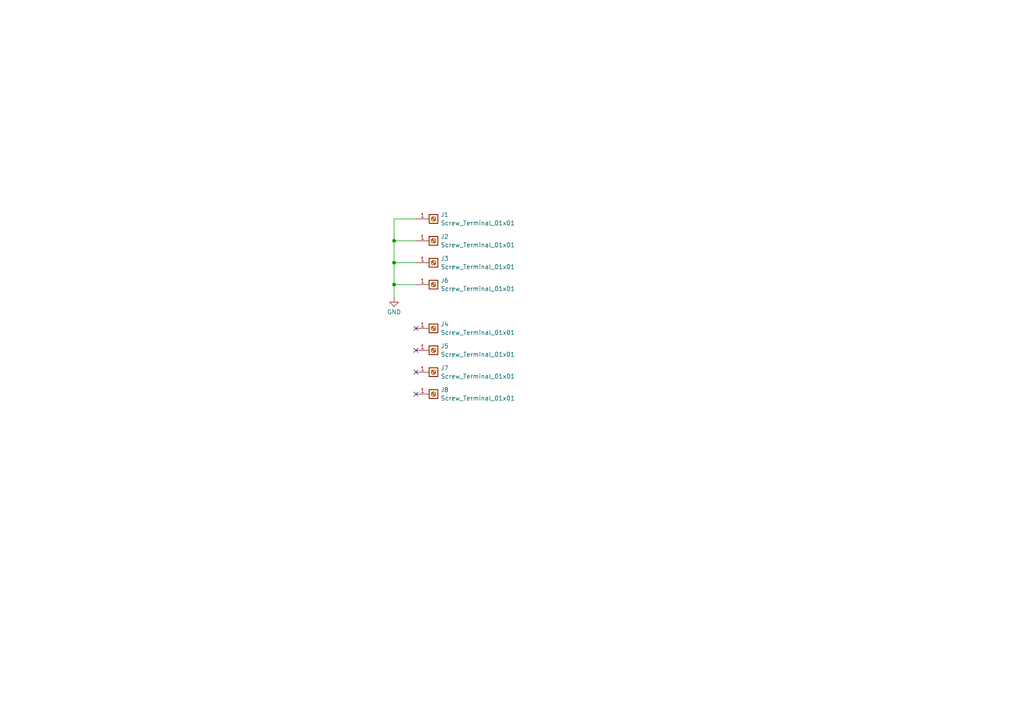
<source format=kicad_sch>
(kicad_sch (version 20231120) (generator "eeschema") (generator_version "8.0")
  (paper "A4")
  (lib_symbols
    (symbol "Connector:Screw_Terminal_01x01" (pin_names (offset 1.016) hide)
      (property "Reference" "J" (at 0 2.54 0))
      (property "Value" "Screw_Terminal_01x01" (at 0 -2.54 0))
      (symbol "Screw_Terminal_01x01_1_1"
        (rectangle (start -1.27 1.27) (end 1.27 -1.27) (stroke (width 0.254)) (fill (type background)))
        (polyline (pts (xy -0.5334 0.3302) (xy 0.3302 -0.508)) (stroke (width 0.1524)))
        (polyline (pts (xy -0.3556 0.508) (xy 0.508 -0.3302)) (stroke (width 0.1524)))
        (circle (center 0 0) (radius 0.635) (stroke (width 0.1524)))
        (pin passive line (at -5.08 0 0) (length 3.81) (name "Pin_1") (number "1"))
      )
    )
    (symbol "power:GND" (power) (pin_numbers hide) (pin_names (offset 0) hide)
      (property "Value" "GND" (at 0 -3.81 0))
      (symbol "GND_0_1"
        (polyline (pts (xy 0 0) (xy 0 -1.27) (xy 1.27 -1.27) (xy 0 -2.54) (xy -1.27 -1.27) (xy 0 -1.27)))
      )
      (symbol "GND_1_1"
        (pin power_in line (at 0 0 270) (length 0) (name "~") (number "1"))
      )
    )
  )
  (junction (at 114.3 69.85))
  (junction (at 114.3 82.55))
  (junction (at 114.3 76.2))
  (no_connect (at 120.65 114.3))
  (no_connect (at 120.65 101.6))
  (no_connect (at 120.65 107.95))
  (no_connect (at 120.65 95.25))
  (wire (pts (xy 114.3 63.5) (xy 120.65 63.5)))
  (wire (pts (xy 114.3 76.2) (xy 120.65 76.2)))
  (wire (pts (xy 114.3 76.2) (xy 114.3 69.85)))
  (wire (pts (xy 114.3 69.85) (xy 114.3 63.5)))
  (wire (pts (xy 114.3 86.36) (xy 114.3 82.55)))
  (wire (pts (xy 114.3 82.55) (xy 114.3 76.2)))
  (wire (pts (xy 114.3 69.85) (xy 120.65 69.85)))
  (wire (pts (xy 114.3 82.55) (xy 120.65 82.55)))
  (symbol (lib_id "Connector:Screw_Terminal_01x01") (at 125.73 101.6 0) (unit 1)
    (property "Reference" "J5" (at 127.762 100.3878 0) (effects (justify left)))
    (property "Value" "Screw_Terminal_01x01" (at 127.762 102.8121 0) (effects (justify left)))
    (property "Footprint" "Custom_FP:Wider_M3" (effects (hide yes)))
    (property "Description" "Generic screw terminal, single row, 01x01, script generated (kicad-library-utils/schlib/autogen/connector/)" (effects (hide yes)))
  )
  (symbol (lib_id "power:GND") (at 114.3 86.36 0) (unit 1)
    (property "Reference" "#PWR01" (effects (hide yes)))
    (property "Value" "GND" (at 114.3 90.4931 0))
    (property "Description" "Power symbol creates a global label with name \"GND\" , ground" (effects (hide yes)))
  )
  (symbol (lib_id "Connector:Screw_Terminal_01x01") (at 125.73 107.95 0) (unit 1)
    (property "Reference" "J7" (at 127.762 106.7378 0) (effects (justify left)))
    (property "Value" "Screw_Terminal_01x01" (at 127.762 109.1621 0) (effects (justify left)))
    (property "Footprint" "Custom_FP:Wider_M3" (effects (hide yes)))
    (property "Description" "Generic screw terminal, single row, 01x01, script generated (kicad-library-utils/schlib/autogen/connector/)" (effects (hide yes)))
  )
  (symbol (lib_id "Connector:Screw_Terminal_01x01") (at 125.73 95.25 0) (unit 1)
    (property "Reference" "J4" (at 127.762 94.0378 0) (effects (justify left)))
    (property "Value" "Screw_Terminal_01x01" (at 127.762 96.4621 0) (effects (justify left)))
    (property "Footprint" "Custom_FP:Wider_M3" (effects (hide yes)))
    (property "Description" "Generic screw terminal, single row, 01x01, script generated (kicad-library-utils/schlib/autogen/connector/)" (effects (hide yes)))
  )
  (symbol (lib_id "Connector:Screw_Terminal_01x01") (at 125.73 114.3 0) (unit 1)
    (property "Reference" "J8" (at 127.762 113.0878 0) (effects (justify left)))
    (property "Value" "Screw_Terminal_01x01" (at 127.762 115.5121 0) (effects (justify left)))
    (property "Footprint" "Custom_FP:Wider_M3" (effects (hide yes)))
    (property "Description" "Generic screw terminal, single row, 01x01, script generated (kicad-library-utils/schlib/autogen/connector/)" (effects (hide yes)))
  )
  (symbol (lib_id "Connector:Screw_Terminal_01x01") (at 125.73 69.85 0) (unit 1)
    (property "Reference" "J2" (at 127.762 68.6378 0) (effects (justify left)))
    (property "Value" "Screw_Terminal_01x01" (at 127.762 71.0621 0) (effects (justify left)))
    (property "Footprint" "Custom_FP:JackHole_3.5mm" (effects (hide yes)))
    (property "Description" "Generic screw terminal, single row, 01x01, script generated (kicad-library-utils/schlib/autogen/connector/)" (effects (hide yes)))
  )
  (symbol (lib_id "Connector:Screw_Terminal_01x01") (at 125.73 63.5 0) (unit 1)
    (property "Reference" "J1" (at 127.762 62.2878 0) (effects (justify left)))
    (property "Value" "Screw_Terminal_01x01" (at 127.762 64.7121 0) (effects (justify left)))
    (property "Footprint" "Custom_FP:JackHole_3.5mm" (effects (hide yes)))
    (property "Description" "Generic screw terminal, single row, 01x01, script generated (kicad-library-utils/schlib/autogen/connector/)" (effects (hide yes)))
  )
  (symbol (lib_id "Connector:Screw_Terminal_01x01") (at 125.73 82.55 0) (unit 1)
    (property "Reference" "J6" (at 127.762 81.3378 0) (effects (justify left)))
    (property "Value" "Screw_Terminal_01x01" (at 127.762 83.7621 0) (effects (justify left)))
    (property "Footprint" "Custom_FP:JackHole_3.5mm" (effects (hide yes)))
    (property "Description" "Generic screw terminal, single row, 01x01, script generated (kicad-library-utils/schlib/autogen/connector/)" (effects (hide yes)))
  )
  (symbol (lib_id "Connector:Screw_Terminal_01x01") (at 125.73 76.2 0) (unit 1)
    (property "Reference" "J3" (at 127.762 74.9878 0) (effects (justify left)))
    (property "Value" "Screw_Terminal_01x01" (at 127.762 77.4121 0) (effects (justify left)))
    (property "Footprint" "Custom_FP:JackHole_3.5mm" (effects (hide yes)))
    (property "Description" "Generic screw terminal, single row, 01x01, script generated (kicad-library-utils/schlib/autogen/connector/)" (effects (hide yes)))
  )
)
</source>
